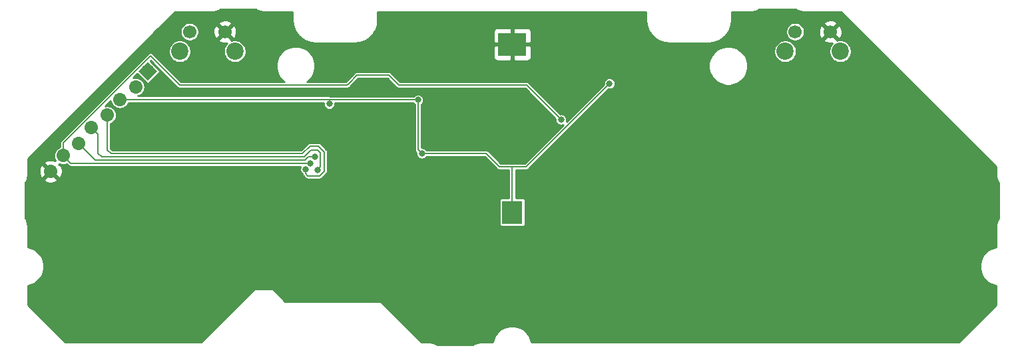
<source format=gbr>
%TF.GenerationSoftware,KiCad,Pcbnew,5.0.1*%
%TF.CreationDate,2019-03-22T14:30:31+01:00*%
%TF.ProjectId,rev1,726576312E6B696361645F7063620000,rev?*%
%TF.SameCoordinates,Original*%
%TF.FileFunction,Copper,L2,Bot,Signal*%
%TF.FilePolarity,Positive*%
%FSLAX46Y46*%
G04 Gerber Fmt 4.6, Leading zero omitted, Abs format (unit mm)*
G04 Created by KiCad (PCBNEW 5.0.1) date Fri 22 Mar 2019 02:30:31 PM CET*
%MOMM*%
%LPD*%
G01*
G04 APERTURE LIST*
%ADD10R,2.600000X3.000000*%
%ADD11R,3.600000X3.000000*%
%ADD12C,1.700000*%
%ADD13C,1.700000*%
%ADD14C,0.100000*%
%ADD15C,2.200000*%
%ADD16C,0.800000*%
%ADD17C,0.200000*%
%ADD18C,0.254000*%
G04 APERTURE END LIST*
D10*
X161050000Y-112000000D03*
D11*
X161050000Y-90600000D03*
D12*
X102354921Y-106807211D03*
D13*
X102354921Y-106807211D02*
X102354921Y-106807211D01*
D12*
X103945911Y-104791957D03*
D13*
X103945911Y-104791957D02*
X103945911Y-104791957D01*
D12*
X105925810Y-103236322D03*
D13*
X105925810Y-103236322D02*
X105925810Y-103236322D01*
D12*
X107516800Y-101221068D03*
D13*
X107516800Y-101221068D02*
X107516800Y-101221068D01*
D12*
X109532054Y-99630078D03*
D13*
X109532054Y-99630078D02*
X109532054Y-99630078D01*
D12*
X111123045Y-97614823D03*
D13*
X111123045Y-97614823D02*
X111123045Y-97614823D01*
D12*
X113138299Y-96023833D03*
D13*
X113138299Y-96023833D02*
X113138299Y-96023833D01*
D12*
X114693934Y-94043934D03*
D14*
G36*
X113491852Y-94043934D02*
X114693934Y-92841852D01*
X115896016Y-94043934D01*
X114693934Y-95246016D01*
X113491852Y-94043934D01*
X113491852Y-94043934D01*
G37*
D15*
X125750000Y-91500000D03*
X118750000Y-91500000D03*
D12*
X124500000Y-89000000D03*
X120000000Y-89000000D03*
X197000000Y-89000000D03*
X201500000Y-89000000D03*
D15*
X195750000Y-91500000D03*
X202750000Y-91500000D03*
D16*
X141980000Y-102320000D03*
X140430000Y-102320000D03*
X140440000Y-100790000D03*
X141450000Y-96900000D03*
X147725000Y-100200000D03*
X148550000Y-108250000D03*
X147150000Y-107150000D03*
X147950000Y-96675000D03*
X129400000Y-121400000D03*
X121400000Y-128200000D03*
X125000000Y-124600000D03*
X149600000Y-128200000D03*
X146000000Y-124600000D03*
X143100000Y-122400000D03*
X139800000Y-123000000D03*
X134400000Y-123000000D03*
X139800000Y-118000000D03*
X139800000Y-113000000D03*
X139800000Y-108000000D03*
X142200000Y-118000000D03*
X142200000Y-113000000D03*
X142200000Y-108000000D03*
X139800000Y-105800000D03*
X141970000Y-100780000D03*
X132800000Y-103400000D03*
X131400000Y-107200000D03*
X125800000Y-102000000D03*
X116800000Y-109400000D03*
X120200000Y-109400000D03*
X105200000Y-123200000D03*
X118400000Y-96600000D03*
X132800000Y-98800000D03*
X138400000Y-92600000D03*
X152800000Y-98600000D03*
X164400000Y-100200000D03*
X157600000Y-90600000D03*
X164400000Y-90600000D03*
X165300000Y-96100000D03*
X176800000Y-95400000D03*
X172600000Y-100200000D03*
X157800000Y-107200000D03*
X164200000Y-107200000D03*
X161000000Y-104600000D03*
X155600000Y-116600000D03*
X180400000Y-105400000D03*
X190600000Y-98800000D03*
X196000000Y-103800000D03*
X204600000Y-113000000D03*
X213400000Y-121800000D03*
X190600000Y-116800000D03*
X178000000Y-124200000D03*
X166200000Y-128000000D03*
X149550000Y-104500000D03*
X173400000Y-95600000D03*
X137775000Y-98175000D03*
X149050000Y-97675000D03*
X134765745Y-106515918D03*
X136250000Y-106625000D03*
X135950989Y-104909536D03*
X167250000Y-100200000D03*
X135391613Y-105737257D03*
D17*
X112325126Y-97614823D02*
X111123045Y-97614823D01*
X137775000Y-97614823D02*
X112325126Y-97614823D01*
X137775000Y-97614823D02*
X137775000Y-98175000D01*
X137835177Y-97675000D02*
X137775000Y-97614823D01*
X149050000Y-97675000D02*
X137835177Y-97675000D01*
X149050000Y-104000000D02*
X149550000Y-104500000D01*
X149050000Y-97675000D02*
X149050000Y-104000000D01*
X156050000Y-104500000D02*
X149550000Y-104500000D01*
X157700000Y-104500000D02*
X156050000Y-104500000D01*
X159400000Y-106200000D02*
X157700000Y-104500000D01*
X173400000Y-95600000D02*
X162800000Y-106200000D01*
X161050000Y-106250000D02*
X161000000Y-106200000D01*
X161050000Y-110500000D02*
X161050000Y-106250000D01*
X162800000Y-106200000D02*
X161000000Y-106200000D01*
X161000000Y-106200000D02*
X159400000Y-106200000D01*
X134765745Y-107081603D02*
X135034142Y-107350000D01*
X134765745Y-106515918D02*
X134765745Y-107081603D01*
X135034142Y-107350000D02*
X136525000Y-107350000D01*
X136525000Y-107350000D02*
X137125000Y-106750000D01*
X137125000Y-106750000D02*
X137125000Y-104300000D01*
X137125000Y-104300000D02*
X136375000Y-103550000D01*
X136375000Y-103550000D02*
X135325000Y-103550000D01*
X135325000Y-103550000D02*
X134350000Y-104525000D01*
X134350000Y-104525000D02*
X110000000Y-104525000D01*
X109532054Y-104057054D02*
X109532054Y-99630078D01*
X110000000Y-104525000D02*
X109532054Y-104057054D01*
X107516800Y-101221068D02*
X108366799Y-102071067D01*
X134550000Y-104925000D02*
X135400000Y-104075000D01*
X108366799Y-104466799D02*
X108825000Y-104925000D01*
X108366799Y-102071067D02*
X108366799Y-104466799D01*
X108825000Y-104925000D02*
X134550000Y-104925000D01*
X136649999Y-106225001D02*
X136649999Y-104399999D01*
X136649999Y-104399999D02*
X136325000Y-104075000D01*
X136250000Y-106625000D02*
X136649999Y-106225001D01*
X135400000Y-104075000D02*
X136325000Y-104075000D01*
X134714286Y-105325000D02*
X135129750Y-104909536D01*
X135129750Y-104909536D02*
X135385304Y-104909536D01*
X108014488Y-105325000D02*
X134714286Y-105325000D01*
X135385304Y-104909536D02*
X135950989Y-104909536D01*
X105925810Y-103236322D02*
X108014488Y-105325000D01*
X103945911Y-103167009D02*
X115037920Y-92075000D01*
X103945911Y-104791957D02*
X103945911Y-103167009D01*
X115037920Y-92075000D02*
X118761921Y-95799001D01*
X162874001Y-95799001D02*
X167250000Y-100175000D01*
X167250000Y-100175000D02*
X167250000Y-100200000D01*
X104891211Y-105737257D02*
X134825928Y-105737257D01*
X134825928Y-105737257D02*
X135391613Y-105737257D01*
X103945911Y-104791957D02*
X104891211Y-105737257D01*
X140225000Y-95575000D02*
X141275000Y-94525000D01*
X145325999Y-94525000D02*
X146600000Y-95799001D01*
X141275000Y-94525000D02*
X145325999Y-94525000D01*
X146600000Y-95799001D02*
X162874001Y-95799001D01*
X140224001Y-95575000D02*
X140000000Y-95799001D01*
X140225000Y-95575000D02*
X140224001Y-95575000D01*
X118761921Y-95799001D02*
X140000000Y-95799001D01*
D18*
G36*
X128407001Y-86134814D02*
X128439784Y-86156595D01*
X128472370Y-86178907D01*
X128477714Y-86181796D01*
X128693115Y-86296327D01*
X128729567Y-86311351D01*
X128765804Y-86326883D01*
X128771603Y-86328678D01*
X128771609Y-86328680D01*
X129005152Y-86399190D01*
X129043787Y-86406840D01*
X129082391Y-86415045D01*
X129088432Y-86415680D01*
X129331224Y-86439486D01*
X129416121Y-86439485D01*
X129438773Y-86435000D01*
X133065001Y-86435000D01*
X133065000Y-87521361D01*
X133066960Y-87541262D01*
X133066851Y-87556878D01*
X133067444Y-87562923D01*
X133118445Y-88048165D01*
X133126368Y-88086763D01*
X133133760Y-88125513D01*
X133135516Y-88131328D01*
X133279796Y-88597422D01*
X133295059Y-88633731D01*
X133309843Y-88670323D01*
X133312695Y-88675686D01*
X133544759Y-89104878D01*
X133566780Y-89137525D01*
X133588393Y-89170554D01*
X133592232Y-89175261D01*
X133903241Y-89551206D01*
X133931168Y-89578938D01*
X133958801Y-89607157D01*
X133963482Y-89611028D01*
X134341589Y-89919404D01*
X134374379Y-89941190D01*
X134406958Y-89963497D01*
X134412301Y-89966385D01*
X134843104Y-90195447D01*
X134879530Y-90210461D01*
X134915792Y-90226003D01*
X134921595Y-90227799D01*
X135388685Y-90368822D01*
X135427335Y-90376474D01*
X135465925Y-90384677D01*
X135471966Y-90385312D01*
X135957552Y-90432924D01*
X135957560Y-90432924D01*
X135978638Y-90435000D01*
X141021362Y-90435000D01*
X141041263Y-90433040D01*
X141056878Y-90433149D01*
X141062923Y-90432556D01*
X141548165Y-90381555D01*
X141586763Y-90373632D01*
X141625513Y-90366240D01*
X141631328Y-90364484D01*
X142097422Y-90220204D01*
X142133731Y-90204941D01*
X142170323Y-90190157D01*
X142175686Y-90187305D01*
X142604878Y-89955241D01*
X142637525Y-89933220D01*
X142670554Y-89911607D01*
X142675261Y-89907768D01*
X143051206Y-89596759D01*
X143078938Y-89568832D01*
X143107157Y-89541199D01*
X143111028Y-89536518D01*
X143419404Y-89158411D01*
X143441190Y-89125621D01*
X143463497Y-89093042D01*
X143466385Y-89087699D01*
X143493098Y-89037458D01*
X158615000Y-89037458D01*
X158615000Y-90314250D01*
X158773750Y-90473000D01*
X160923000Y-90473000D01*
X160923000Y-88623750D01*
X161177000Y-88623750D01*
X161177000Y-90473000D01*
X163326250Y-90473000D01*
X163485000Y-90314250D01*
X163485000Y-89037458D01*
X163460597Y-88914777D01*
X163412730Y-88799215D01*
X163343237Y-88695211D01*
X163254789Y-88606763D01*
X163150785Y-88537270D01*
X163035223Y-88489403D01*
X162912542Y-88465000D01*
X161335750Y-88465000D01*
X161177000Y-88623750D01*
X160923000Y-88623750D01*
X160764250Y-88465000D01*
X159187458Y-88465000D01*
X159064777Y-88489403D01*
X158949215Y-88537270D01*
X158845211Y-88606763D01*
X158756763Y-88695211D01*
X158687270Y-88799215D01*
X158639403Y-88914777D01*
X158615000Y-89037458D01*
X143493098Y-89037458D01*
X143695447Y-88656896D01*
X143710461Y-88620470D01*
X143726003Y-88584208D01*
X143727799Y-88578405D01*
X143868822Y-88111315D01*
X143876474Y-88072665D01*
X143884677Y-88034075D01*
X143885312Y-88028034D01*
X143932924Y-87542448D01*
X143932924Y-87542440D01*
X143935000Y-87521362D01*
X143935000Y-86435000D01*
X178065001Y-86435000D01*
X178065000Y-87521361D01*
X178066960Y-87541262D01*
X178066851Y-87556878D01*
X178067444Y-87562923D01*
X178118445Y-88048165D01*
X178126368Y-88086763D01*
X178133760Y-88125513D01*
X178135516Y-88131328D01*
X178279796Y-88597422D01*
X178295059Y-88633731D01*
X178309843Y-88670323D01*
X178312695Y-88675686D01*
X178544759Y-89104878D01*
X178566780Y-89137525D01*
X178588393Y-89170554D01*
X178592232Y-89175261D01*
X178903241Y-89551206D01*
X178931168Y-89578938D01*
X178958801Y-89607157D01*
X178963482Y-89611028D01*
X179341589Y-89919404D01*
X179374379Y-89941190D01*
X179406958Y-89963497D01*
X179412301Y-89966385D01*
X179843104Y-90195447D01*
X179879530Y-90210461D01*
X179915792Y-90226003D01*
X179921595Y-90227799D01*
X180388685Y-90368822D01*
X180427335Y-90376474D01*
X180465925Y-90384677D01*
X180471966Y-90385312D01*
X180957552Y-90432924D01*
X180957560Y-90432924D01*
X180978638Y-90435000D01*
X186021362Y-90435000D01*
X186041263Y-90433040D01*
X186056878Y-90433149D01*
X186062923Y-90432556D01*
X186548165Y-90381555D01*
X186586763Y-90373632D01*
X186625513Y-90366240D01*
X186631328Y-90364484D01*
X187097422Y-90220204D01*
X187133731Y-90204941D01*
X187170323Y-90190157D01*
X187175686Y-90187305D01*
X187604878Y-89955241D01*
X187637525Y-89933220D01*
X187670554Y-89911607D01*
X187675261Y-89907768D01*
X188051206Y-89596759D01*
X188078938Y-89568832D01*
X188107157Y-89541199D01*
X188111028Y-89536518D01*
X188419404Y-89158411D01*
X188441190Y-89125621D01*
X188463497Y-89093042D01*
X188466385Y-89087699D01*
X188575072Y-88883288D01*
X195815000Y-88883288D01*
X195815000Y-89116712D01*
X195860539Y-89345652D01*
X195949866Y-89561308D01*
X196079550Y-89755394D01*
X196244606Y-89920450D01*
X196438692Y-90050134D01*
X196654348Y-90139461D01*
X196883288Y-90185000D01*
X197116712Y-90185000D01*
X197345652Y-90139461D01*
X197561308Y-90050134D01*
X197593839Y-90028397D01*
X200651208Y-90028397D01*
X200728843Y-90277472D01*
X200992883Y-90403371D01*
X201276411Y-90475339D01*
X201568531Y-90490611D01*
X201757403Y-90463201D01*
X201635363Y-90585241D01*
X201478320Y-90820273D01*
X201370147Y-91081426D01*
X201315000Y-91358665D01*
X201315000Y-91641335D01*
X201370147Y-91918574D01*
X201478320Y-92179727D01*
X201635363Y-92414759D01*
X201835241Y-92614637D01*
X202070273Y-92771680D01*
X202331426Y-92879853D01*
X202608665Y-92935000D01*
X202891335Y-92935000D01*
X203168574Y-92879853D01*
X203429727Y-92771680D01*
X203664759Y-92614637D01*
X203864637Y-92414759D01*
X204021680Y-92179727D01*
X204129853Y-91918574D01*
X204185000Y-91641335D01*
X204185000Y-91358665D01*
X204129853Y-91081426D01*
X204021680Y-90820273D01*
X203864637Y-90585241D01*
X203664759Y-90385363D01*
X203429727Y-90228320D01*
X203168574Y-90120147D01*
X202891335Y-90065000D01*
X202608665Y-90065000D01*
X202331426Y-90120147D01*
X202318529Y-90125489D01*
X202348792Y-90028397D01*
X201500000Y-89179605D01*
X200651208Y-90028397D01*
X197593839Y-90028397D01*
X197755394Y-89920450D01*
X197920450Y-89755394D01*
X198050134Y-89561308D01*
X198139461Y-89345652D01*
X198185000Y-89116712D01*
X198185000Y-89068531D01*
X200009389Y-89068531D01*
X200051401Y-89358019D01*
X200149081Y-89633747D01*
X200222528Y-89771157D01*
X200471603Y-89848792D01*
X201320395Y-89000000D01*
X201679605Y-89000000D01*
X202528397Y-89848792D01*
X202777472Y-89771157D01*
X202903371Y-89507117D01*
X202975339Y-89223589D01*
X202990611Y-88931469D01*
X202948599Y-88641981D01*
X202850919Y-88366253D01*
X202777472Y-88228843D01*
X202528397Y-88151208D01*
X201679605Y-89000000D01*
X201320395Y-89000000D01*
X200471603Y-88151208D01*
X200222528Y-88228843D01*
X200096629Y-88492883D01*
X200024661Y-88776411D01*
X200009389Y-89068531D01*
X198185000Y-89068531D01*
X198185000Y-88883288D01*
X198139461Y-88654348D01*
X198050134Y-88438692D01*
X197920450Y-88244606D01*
X197755394Y-88079550D01*
X197593840Y-87971603D01*
X200651208Y-87971603D01*
X201500000Y-88820395D01*
X202348792Y-87971603D01*
X202271157Y-87722528D01*
X202007117Y-87596629D01*
X201723589Y-87524661D01*
X201431469Y-87509389D01*
X201141981Y-87551401D01*
X200866253Y-87649081D01*
X200728843Y-87722528D01*
X200651208Y-87971603D01*
X197593840Y-87971603D01*
X197561308Y-87949866D01*
X197345652Y-87860539D01*
X197116712Y-87815000D01*
X196883288Y-87815000D01*
X196654348Y-87860539D01*
X196438692Y-87949866D01*
X196244606Y-88079550D01*
X196079550Y-88244606D01*
X195949866Y-88438692D01*
X195860539Y-88654348D01*
X195815000Y-88883288D01*
X188575072Y-88883288D01*
X188695447Y-88656896D01*
X188710461Y-88620470D01*
X188726003Y-88584208D01*
X188727799Y-88578405D01*
X188868822Y-88111315D01*
X188876474Y-88072665D01*
X188884677Y-88034075D01*
X188885312Y-88028034D01*
X188932924Y-87542448D01*
X188932924Y-87542440D01*
X188935000Y-87521362D01*
X188935000Y-86435000D01*
X191521362Y-86435000D01*
X191543678Y-86432802D01*
X191559900Y-86432802D01*
X191565941Y-86432167D01*
X191808378Y-86404974D01*
X191846902Y-86396785D01*
X191885620Y-86389119D01*
X191891422Y-86387322D01*
X192123960Y-86313556D01*
X192160179Y-86298032D01*
X192196646Y-86283002D01*
X192201989Y-86280113D01*
X192415771Y-86162586D01*
X192448284Y-86140323D01*
X192468337Y-86127000D01*
X197031793Y-86127000D01*
X197033328Y-86128252D01*
X197066111Y-86150033D01*
X197098697Y-86172345D01*
X197104041Y-86175234D01*
X197319442Y-86289765D01*
X197355894Y-86304789D01*
X197392131Y-86320321D01*
X197397930Y-86322116D01*
X197397936Y-86322118D01*
X197631479Y-86392628D01*
X197670114Y-86400278D01*
X197708718Y-86408483D01*
X197714759Y-86409118D01*
X197957551Y-86432924D01*
X197957560Y-86432924D01*
X197978638Y-86435000D01*
X202819818Y-86435000D01*
X222565001Y-106180184D01*
X222565000Y-107271361D01*
X222567198Y-107293677D01*
X222567198Y-107309900D01*
X222567833Y-107315941D01*
X222595026Y-107558378D01*
X222603215Y-107596902D01*
X222610881Y-107635620D01*
X222612678Y-107641422D01*
X222686444Y-107873960D01*
X222701968Y-107910179D01*
X222716998Y-107946646D01*
X222719887Y-107951989D01*
X222837414Y-108165771D01*
X222859677Y-108198284D01*
X222873000Y-108218337D01*
X222873000Y-112781792D01*
X222871747Y-112783328D01*
X222849934Y-112816160D01*
X222827655Y-112848697D01*
X222824766Y-112854040D01*
X222710235Y-113069442D01*
X222695218Y-113105877D01*
X222679679Y-113142131D01*
X222677883Y-113147934D01*
X222607372Y-113381479D01*
X222599716Y-113420146D01*
X222591517Y-113458718D01*
X222590882Y-113464759D01*
X222567076Y-113707552D01*
X222567076Y-113707561D01*
X222565000Y-113728639D01*
X222565001Y-116452843D01*
X222275152Y-116510497D01*
X221822911Y-116697821D01*
X221415905Y-116969774D01*
X221069774Y-117315905D01*
X220797821Y-117722911D01*
X220610497Y-118175152D01*
X220515000Y-118655249D01*
X220515000Y-119144751D01*
X220610497Y-119624848D01*
X220797821Y-120077089D01*
X221069774Y-120484095D01*
X221415905Y-120830226D01*
X221822911Y-121102179D01*
X222275152Y-121289503D01*
X222565000Y-121347157D01*
X222565000Y-123819817D01*
X217819818Y-128565000D01*
X163447157Y-128565000D01*
X163389503Y-128275152D01*
X163202179Y-127822911D01*
X162930226Y-127415905D01*
X162584095Y-127069774D01*
X162177089Y-126797821D01*
X161724848Y-126610497D01*
X161244751Y-126515000D01*
X160755249Y-126515000D01*
X160275152Y-126610497D01*
X159822911Y-126797821D01*
X159415905Y-127069774D01*
X159069774Y-127415905D01*
X158797821Y-127822911D01*
X158610497Y-128275152D01*
X158552843Y-128565000D01*
X156978638Y-128565000D01*
X156956322Y-128567198D01*
X156940100Y-128567198D01*
X156934059Y-128567833D01*
X156691622Y-128595026D01*
X156653085Y-128603217D01*
X156614380Y-128610881D01*
X156608578Y-128612677D01*
X156376041Y-128686444D01*
X156339835Y-128701962D01*
X156303354Y-128716998D01*
X156298011Y-128719887D01*
X156084229Y-128837414D01*
X156051693Y-128859692D01*
X156031662Y-128873000D01*
X151468208Y-128873000D01*
X151466672Y-128871747D01*
X151433840Y-128849934D01*
X151401303Y-128827655D01*
X151395960Y-128824766D01*
X151180558Y-128710235D01*
X151144123Y-128695218D01*
X151107869Y-128679679D01*
X151102066Y-128677883D01*
X150868521Y-128607372D01*
X150829854Y-128599716D01*
X150791282Y-128591517D01*
X150785241Y-128590882D01*
X150542448Y-128567076D01*
X150542440Y-128567076D01*
X150521362Y-128565000D01*
X149494606Y-128565000D01*
X144339803Y-123410197D01*
X144298601Y-123382667D01*
X144250000Y-123373000D01*
X132160122Y-123373000D01*
X130597319Y-121810197D01*
X130556117Y-121782667D01*
X130507516Y-121773000D01*
X128307516Y-121773000D01*
X128258915Y-121782667D01*
X128217713Y-121810197D01*
X126617713Y-123410197D01*
X126590183Y-123451399D01*
X126583029Y-123487365D01*
X121505394Y-128565000D01*
X104180183Y-128565000D01*
X99435000Y-123819818D01*
X99435000Y-121347157D01*
X99724848Y-121289503D01*
X100177089Y-121102179D01*
X100584095Y-120830226D01*
X100930226Y-120484095D01*
X101202179Y-120077089D01*
X101389503Y-119624848D01*
X101485000Y-119144751D01*
X101485000Y-118655249D01*
X101389503Y-118175152D01*
X101202179Y-117722911D01*
X100930226Y-117315905D01*
X100584095Y-116969774D01*
X100177089Y-116697821D01*
X99724848Y-116510497D01*
X99435000Y-116452843D01*
X99435000Y-113728638D01*
X99432802Y-113706322D01*
X99432802Y-113690100D01*
X99432167Y-113684059D01*
X99404974Y-113441622D01*
X99396783Y-113403085D01*
X99389119Y-113364380D01*
X99387323Y-113358578D01*
X99313556Y-113126041D01*
X99298038Y-113089835D01*
X99283002Y-113053354D01*
X99280113Y-113048011D01*
X99162586Y-112834229D01*
X99140308Y-112801693D01*
X99127000Y-112781662D01*
X99127000Y-108218207D01*
X99128252Y-108216672D01*
X99150033Y-108183889D01*
X99172345Y-108151303D01*
X99175234Y-108145959D01*
X99289765Y-107930558D01*
X99304789Y-107894106D01*
X99320321Y-107857869D01*
X99322117Y-107852066D01*
X99328486Y-107830970D01*
X101510767Y-107830970D01*
X101588000Y-108078852D01*
X101850821Y-108204036D01*
X102133015Y-108275542D01*
X102423736Y-108290620D01*
X102711813Y-108248691D01*
X102986174Y-108151367D01*
X103121839Y-108078848D01*
X103198609Y-107830504D01*
X102354921Y-106986816D01*
X101510767Y-107830970D01*
X99328486Y-107830970D01*
X99392628Y-107618521D01*
X99400278Y-107579886D01*
X99408483Y-107541282D01*
X99409118Y-107535241D01*
X99432924Y-107292449D01*
X99432924Y-107292440D01*
X99435000Y-107271362D01*
X99435000Y-106738396D01*
X100871512Y-106738396D01*
X100886590Y-107029117D01*
X100958096Y-107311311D01*
X101083280Y-107574132D01*
X101331162Y-107651365D01*
X102175316Y-106807211D01*
X101331628Y-105963523D01*
X101083284Y-106040293D01*
X101010765Y-106175958D01*
X100913441Y-106450319D01*
X100871512Y-106738396D01*
X99435000Y-106738396D01*
X99435000Y-105783918D01*
X101511233Y-105783918D01*
X102354921Y-106627606D01*
X102369064Y-106613464D01*
X102548669Y-106793069D01*
X102534526Y-106807211D01*
X103378214Y-107650899D01*
X103626558Y-107574129D01*
X103699077Y-107438464D01*
X103796401Y-107164103D01*
X103838330Y-106876026D01*
X103823252Y-106585305D01*
X103751746Y-106303111D01*
X103626562Y-106040290D01*
X103378682Y-105963058D01*
X103463813Y-105877927D01*
X103490237Y-105892051D01*
X103713611Y-105959810D01*
X103887704Y-105976957D01*
X104004118Y-105976957D01*
X104178211Y-105959810D01*
X104401585Y-105892051D01*
X104420638Y-105881867D01*
X104568516Y-106029745D01*
X104582132Y-106046336D01*
X104648369Y-106100696D01*
X104723939Y-106141088D01*
X104774629Y-106156465D01*
X104805935Y-106165962D01*
X104814225Y-106166778D01*
X104869849Y-106172257D01*
X104869856Y-106172257D01*
X104891210Y-106174360D01*
X104912564Y-106172257D01*
X134112536Y-106172257D01*
X134058991Y-106301527D01*
X134030745Y-106443527D01*
X134030745Y-106588309D01*
X134058991Y-106730309D01*
X134114397Y-106864071D01*
X134194833Y-106984453D01*
X134297210Y-107086830D01*
X134331407Y-107109680D01*
X134337040Y-107166877D01*
X134361334Y-107246959D01*
X134361915Y-107248875D01*
X134402307Y-107324445D01*
X134456667Y-107390682D01*
X134473258Y-107404298D01*
X134711442Y-107642482D01*
X134725063Y-107659079D01*
X134791300Y-107713439D01*
X134836352Y-107737519D01*
X134866869Y-107753831D01*
X134916172Y-107768787D01*
X134948867Y-107778705D01*
X135012780Y-107785000D01*
X135012788Y-107785000D01*
X135034142Y-107787103D01*
X135055496Y-107785000D01*
X136503646Y-107785000D01*
X136525000Y-107787103D01*
X136546354Y-107785000D01*
X136546362Y-107785000D01*
X136610275Y-107778705D01*
X136692272Y-107753831D01*
X136767842Y-107713439D01*
X136834079Y-107659079D01*
X136847700Y-107642482D01*
X137417489Y-107072694D01*
X137434079Y-107059079D01*
X137488439Y-106992842D01*
X137528831Y-106917272D01*
X137549899Y-106847821D01*
X137553705Y-106835276D01*
X137555467Y-106817384D01*
X137560000Y-106771362D01*
X137560000Y-106771355D01*
X137562103Y-106750001D01*
X137560000Y-106728647D01*
X137560000Y-104321353D01*
X137562103Y-104299999D01*
X137560000Y-104278645D01*
X137560000Y-104278638D01*
X137553705Y-104214725D01*
X137528831Y-104132728D01*
X137488439Y-104057158D01*
X137434079Y-103990921D01*
X137417487Y-103977305D01*
X136697700Y-103257518D01*
X136684079Y-103240921D01*
X136617842Y-103186561D01*
X136542272Y-103146169D01*
X136460275Y-103121295D01*
X136396362Y-103115000D01*
X136396354Y-103115000D01*
X136375000Y-103112897D01*
X136353646Y-103115000D01*
X135346353Y-103115000D01*
X135324999Y-103112897D01*
X135303645Y-103115000D01*
X135303638Y-103115000D01*
X135248014Y-103120479D01*
X135239724Y-103121295D01*
X135214850Y-103128841D01*
X135157728Y-103146169D01*
X135082158Y-103186561D01*
X135015921Y-103240921D01*
X135002305Y-103257512D01*
X134169818Y-104090000D01*
X110180182Y-104090000D01*
X109967054Y-103876872D01*
X109967054Y-100736443D01*
X109987728Y-100730172D01*
X110193590Y-100620136D01*
X110374029Y-100472053D01*
X110522112Y-100291614D01*
X110632148Y-100085752D01*
X110699907Y-99862378D01*
X110722787Y-99630078D01*
X110699907Y-99397778D01*
X110632148Y-99174404D01*
X110522112Y-98968542D01*
X110374029Y-98788103D01*
X110193590Y-98640020D01*
X109987728Y-98529984D01*
X109764354Y-98462225D01*
X109590261Y-98445078D01*
X109473847Y-98445078D01*
X109299754Y-98462225D01*
X109251126Y-98476976D01*
X109948538Y-97779564D01*
X109955192Y-97847123D01*
X110022951Y-98070497D01*
X110132987Y-98276359D01*
X110281070Y-98456798D01*
X110461509Y-98604881D01*
X110667371Y-98714917D01*
X110890745Y-98782676D01*
X111064838Y-98799823D01*
X111181252Y-98799823D01*
X111355345Y-98782676D01*
X111578719Y-98714917D01*
X111784581Y-98604881D01*
X111965020Y-98456798D01*
X112113103Y-98276359D01*
X112223139Y-98070497D01*
X112229410Y-98049823D01*
X137050500Y-98049823D01*
X137040000Y-98102609D01*
X137040000Y-98247391D01*
X137068246Y-98389391D01*
X137123652Y-98523153D01*
X137204088Y-98643535D01*
X137306465Y-98745912D01*
X137426847Y-98826348D01*
X137560609Y-98881754D01*
X137702609Y-98910000D01*
X137847391Y-98910000D01*
X137989391Y-98881754D01*
X138123153Y-98826348D01*
X138243535Y-98745912D01*
X138345912Y-98643535D01*
X138426348Y-98523153D01*
X138481754Y-98389391D01*
X138510000Y-98247391D01*
X138510000Y-98110000D01*
X148456681Y-98110000D01*
X148479088Y-98143535D01*
X148581465Y-98245912D01*
X148615000Y-98268319D01*
X148615001Y-103978636D01*
X148612897Y-104000000D01*
X148621295Y-104085274D01*
X148641491Y-104151847D01*
X148646170Y-104167272D01*
X148686562Y-104242842D01*
X148740922Y-104309079D01*
X148757513Y-104322695D01*
X148822869Y-104388051D01*
X148815000Y-104427609D01*
X148815000Y-104572391D01*
X148843246Y-104714391D01*
X148898652Y-104848153D01*
X148979088Y-104968535D01*
X149081465Y-105070912D01*
X149201847Y-105151348D01*
X149335609Y-105206754D01*
X149477609Y-105235000D01*
X149622391Y-105235000D01*
X149764391Y-105206754D01*
X149898153Y-105151348D01*
X150018535Y-105070912D01*
X150120912Y-104968535D01*
X150143319Y-104935000D01*
X157519818Y-104935000D01*
X159077303Y-106492486D01*
X159090921Y-106509079D01*
X159157158Y-106563439D01*
X159232728Y-106603831D01*
X159314725Y-106628705D01*
X159378638Y-106635000D01*
X159378645Y-106635000D01*
X159399999Y-106637103D01*
X159421353Y-106635000D01*
X160615001Y-106635000D01*
X160615000Y-110163380D01*
X159750000Y-110163380D01*
X159684329Y-110169848D01*
X159621181Y-110189004D01*
X159562984Y-110220111D01*
X159511974Y-110261974D01*
X159470111Y-110312984D01*
X159439004Y-110371181D01*
X159419848Y-110434329D01*
X159413380Y-110500000D01*
X159413380Y-113500000D01*
X159419848Y-113565671D01*
X159439004Y-113628819D01*
X159470111Y-113687016D01*
X159511974Y-113738026D01*
X159562984Y-113779889D01*
X159621181Y-113810996D01*
X159684329Y-113830152D01*
X159750000Y-113836620D01*
X162350000Y-113836620D01*
X162415671Y-113830152D01*
X162478819Y-113810996D01*
X162537016Y-113779889D01*
X162588026Y-113738026D01*
X162629889Y-113687016D01*
X162660996Y-113628819D01*
X162680152Y-113565671D01*
X162686620Y-113500000D01*
X162686620Y-110500000D01*
X162680152Y-110434329D01*
X162660996Y-110371181D01*
X162629889Y-110312984D01*
X162588026Y-110261974D01*
X162537016Y-110220111D01*
X162478819Y-110189004D01*
X162415671Y-110169848D01*
X162350000Y-110163380D01*
X161485000Y-110163380D01*
X161485000Y-106635000D01*
X162778646Y-106635000D01*
X162800000Y-106637103D01*
X162821354Y-106635000D01*
X162821362Y-106635000D01*
X162885275Y-106628705D01*
X162967272Y-106603831D01*
X163042842Y-106563439D01*
X163109079Y-106509079D01*
X163122700Y-106492482D01*
X173288052Y-96327131D01*
X173327609Y-96335000D01*
X173472391Y-96335000D01*
X173614391Y-96306754D01*
X173748153Y-96251348D01*
X173868535Y-96170912D01*
X173970912Y-96068535D01*
X174051348Y-95948153D01*
X174106754Y-95814391D01*
X174135000Y-95672391D01*
X174135000Y-95527609D01*
X174106754Y-95385609D01*
X174051348Y-95251847D01*
X173970912Y-95131465D01*
X173868535Y-95029088D01*
X173748153Y-94948652D01*
X173614391Y-94893246D01*
X173472391Y-94865000D01*
X173327609Y-94865000D01*
X173185609Y-94893246D01*
X173051847Y-94948652D01*
X172931465Y-95029088D01*
X172829088Y-95131465D01*
X172748652Y-95251847D01*
X172693246Y-95385609D01*
X172665000Y-95527609D01*
X172665000Y-95672391D01*
X172672869Y-95711948D01*
X167947086Y-100437731D01*
X167956754Y-100414391D01*
X167985000Y-100272391D01*
X167985000Y-100127609D01*
X167956754Y-99985609D01*
X167901348Y-99851847D01*
X167820912Y-99731465D01*
X167718535Y-99629088D01*
X167598153Y-99548652D01*
X167464391Y-99493246D01*
X167322391Y-99465000D01*
X167177609Y-99465000D01*
X167158904Y-99468721D01*
X163196701Y-95506519D01*
X163183080Y-95489922D01*
X163116843Y-95435562D01*
X163041273Y-95395170D01*
X162959276Y-95370296D01*
X162895363Y-95364001D01*
X162895355Y-95364001D01*
X162874001Y-95361898D01*
X162852647Y-95364001D01*
X146780183Y-95364001D01*
X145648699Y-94232518D01*
X145635078Y-94215921D01*
X145568841Y-94161561D01*
X145493271Y-94121169D01*
X145411274Y-94096295D01*
X145347361Y-94090000D01*
X145347353Y-94090000D01*
X145325999Y-94087897D01*
X145304645Y-94090000D01*
X141296353Y-94090000D01*
X141274999Y-94087897D01*
X141253645Y-94090000D01*
X141253638Y-94090000D01*
X141198014Y-94095479D01*
X141189724Y-94096295D01*
X141164850Y-94103841D01*
X141107728Y-94121169D01*
X141032158Y-94161561D01*
X140965921Y-94215921D01*
X140952305Y-94232512D01*
X139937090Y-95247728D01*
X139914922Y-95265921D01*
X139901301Y-95282518D01*
X139819818Y-95364001D01*
X134958717Y-95364001D01*
X135084095Y-95280226D01*
X135430226Y-94934095D01*
X135702179Y-94527089D01*
X135889503Y-94074848D01*
X135985000Y-93594751D01*
X135985000Y-93105249D01*
X186015000Y-93105249D01*
X186015000Y-93594751D01*
X186110497Y-94074848D01*
X186297821Y-94527089D01*
X186569774Y-94934095D01*
X186915905Y-95280226D01*
X187322911Y-95552179D01*
X187775152Y-95739503D01*
X188255249Y-95835000D01*
X188744751Y-95835000D01*
X189224848Y-95739503D01*
X189677089Y-95552179D01*
X190084095Y-95280226D01*
X190430226Y-94934095D01*
X190702179Y-94527089D01*
X190889503Y-94074848D01*
X190985000Y-93594751D01*
X190985000Y-93105249D01*
X190889503Y-92625152D01*
X190702179Y-92172911D01*
X190430226Y-91765905D01*
X190084095Y-91419774D01*
X189992640Y-91358665D01*
X194315000Y-91358665D01*
X194315000Y-91641335D01*
X194370147Y-91918574D01*
X194478320Y-92179727D01*
X194635363Y-92414759D01*
X194835241Y-92614637D01*
X195070273Y-92771680D01*
X195331426Y-92879853D01*
X195608665Y-92935000D01*
X195891335Y-92935000D01*
X196168574Y-92879853D01*
X196429727Y-92771680D01*
X196664759Y-92614637D01*
X196864637Y-92414759D01*
X197021680Y-92179727D01*
X197129853Y-91918574D01*
X197185000Y-91641335D01*
X197185000Y-91358665D01*
X197129853Y-91081426D01*
X197021680Y-90820273D01*
X196864637Y-90585241D01*
X196664759Y-90385363D01*
X196429727Y-90228320D01*
X196168574Y-90120147D01*
X195891335Y-90065000D01*
X195608665Y-90065000D01*
X195331426Y-90120147D01*
X195070273Y-90228320D01*
X194835241Y-90385363D01*
X194635363Y-90585241D01*
X194478320Y-90820273D01*
X194370147Y-91081426D01*
X194315000Y-91358665D01*
X189992640Y-91358665D01*
X189677089Y-91147821D01*
X189224848Y-90960497D01*
X188744751Y-90865000D01*
X188255249Y-90865000D01*
X187775152Y-90960497D01*
X187322911Y-91147821D01*
X186915905Y-91419774D01*
X186569774Y-91765905D01*
X186297821Y-92172911D01*
X186110497Y-92625152D01*
X186015000Y-93105249D01*
X135985000Y-93105249D01*
X135889503Y-92625152D01*
X135702179Y-92172911D01*
X135430226Y-91765905D01*
X135084095Y-91419774D01*
X134677089Y-91147821D01*
X134224848Y-90960497D01*
X133849069Y-90885750D01*
X158615000Y-90885750D01*
X158615000Y-92162542D01*
X158639403Y-92285223D01*
X158687270Y-92400785D01*
X158756763Y-92504789D01*
X158845211Y-92593237D01*
X158949215Y-92662730D01*
X159064777Y-92710597D01*
X159187458Y-92735000D01*
X160764250Y-92735000D01*
X160923000Y-92576250D01*
X160923000Y-90727000D01*
X161177000Y-90727000D01*
X161177000Y-92576250D01*
X161335750Y-92735000D01*
X162912542Y-92735000D01*
X163035223Y-92710597D01*
X163150785Y-92662730D01*
X163254789Y-92593237D01*
X163343237Y-92504789D01*
X163412730Y-92400785D01*
X163460597Y-92285223D01*
X163485000Y-92162542D01*
X163485000Y-90885750D01*
X163326250Y-90727000D01*
X161177000Y-90727000D01*
X160923000Y-90727000D01*
X158773750Y-90727000D01*
X158615000Y-90885750D01*
X133849069Y-90885750D01*
X133744751Y-90865000D01*
X133255249Y-90865000D01*
X132775152Y-90960497D01*
X132322911Y-91147821D01*
X131915905Y-91419774D01*
X131569774Y-91765905D01*
X131297821Y-92172911D01*
X131110497Y-92625152D01*
X131015000Y-93105249D01*
X131015000Y-93594751D01*
X131110497Y-94074848D01*
X131297821Y-94527089D01*
X131569774Y-94934095D01*
X131915905Y-95280226D01*
X132041283Y-95364001D01*
X118942104Y-95364001D01*
X115360619Y-91782517D01*
X115346999Y-91765921D01*
X115280761Y-91711561D01*
X115205192Y-91671169D01*
X115123195Y-91646295D01*
X115037920Y-91637896D01*
X114952645Y-91646295D01*
X114870647Y-91671169D01*
X114795078Y-91711561D01*
X114751262Y-91747521D01*
X114728841Y-91765921D01*
X114715223Y-91782515D01*
X103653424Y-102844314D01*
X103636833Y-102857930D01*
X103582473Y-102924167D01*
X103545425Y-102993481D01*
X103542081Y-102999737D01*
X103517206Y-103081735D01*
X103508808Y-103167009D01*
X103510912Y-103188373D01*
X103510912Y-103685591D01*
X103490237Y-103691863D01*
X103284375Y-103801899D01*
X103103936Y-103949982D01*
X102955853Y-104130421D01*
X102845817Y-104336283D01*
X102778058Y-104559657D01*
X102755178Y-104791957D01*
X102778058Y-105024257D01*
X102845817Y-105247631D01*
X102955853Y-105453493D01*
X102959915Y-105458443D01*
X102859021Y-105410386D01*
X102576827Y-105338880D01*
X102286106Y-105323802D01*
X101998029Y-105365731D01*
X101723668Y-105463055D01*
X101588003Y-105535574D01*
X101511233Y-105783918D01*
X99435000Y-105783918D01*
X99435000Y-105180182D01*
X113256517Y-91358665D01*
X117315000Y-91358665D01*
X117315000Y-91641335D01*
X117370147Y-91918574D01*
X117478320Y-92179727D01*
X117635363Y-92414759D01*
X117835241Y-92614637D01*
X118070273Y-92771680D01*
X118331426Y-92879853D01*
X118608665Y-92935000D01*
X118891335Y-92935000D01*
X119168574Y-92879853D01*
X119429727Y-92771680D01*
X119664759Y-92614637D01*
X119864637Y-92414759D01*
X120021680Y-92179727D01*
X120129853Y-91918574D01*
X120185000Y-91641335D01*
X120185000Y-91358665D01*
X120129853Y-91081426D01*
X120021680Y-90820273D01*
X119864637Y-90585241D01*
X119664759Y-90385363D01*
X119429727Y-90228320D01*
X119168574Y-90120147D01*
X118891335Y-90065000D01*
X118608665Y-90065000D01*
X118331426Y-90120147D01*
X118070273Y-90228320D01*
X117835241Y-90385363D01*
X117635363Y-90585241D01*
X117478320Y-90820273D01*
X117370147Y-91081426D01*
X117315000Y-91358665D01*
X113256517Y-91358665D01*
X115731894Y-88883288D01*
X118815000Y-88883288D01*
X118815000Y-89116712D01*
X118860539Y-89345652D01*
X118949866Y-89561308D01*
X119079550Y-89755394D01*
X119244606Y-89920450D01*
X119438692Y-90050134D01*
X119654348Y-90139461D01*
X119883288Y-90185000D01*
X120116712Y-90185000D01*
X120345652Y-90139461D01*
X120561308Y-90050134D01*
X120593839Y-90028397D01*
X123651208Y-90028397D01*
X123728843Y-90277472D01*
X123992883Y-90403371D01*
X124276411Y-90475339D01*
X124568531Y-90490611D01*
X124757403Y-90463201D01*
X124635363Y-90585241D01*
X124478320Y-90820273D01*
X124370147Y-91081426D01*
X124315000Y-91358665D01*
X124315000Y-91641335D01*
X124370147Y-91918574D01*
X124478320Y-92179727D01*
X124635363Y-92414759D01*
X124835241Y-92614637D01*
X125070273Y-92771680D01*
X125331426Y-92879853D01*
X125608665Y-92935000D01*
X125891335Y-92935000D01*
X126168574Y-92879853D01*
X126429727Y-92771680D01*
X126664759Y-92614637D01*
X126864637Y-92414759D01*
X127021680Y-92179727D01*
X127129853Y-91918574D01*
X127185000Y-91641335D01*
X127185000Y-91358665D01*
X127129853Y-91081426D01*
X127021680Y-90820273D01*
X126864637Y-90585241D01*
X126664759Y-90385363D01*
X126429727Y-90228320D01*
X126168574Y-90120147D01*
X125891335Y-90065000D01*
X125608665Y-90065000D01*
X125331426Y-90120147D01*
X125318529Y-90125489D01*
X125348792Y-90028397D01*
X124500000Y-89179605D01*
X123651208Y-90028397D01*
X120593839Y-90028397D01*
X120755394Y-89920450D01*
X120920450Y-89755394D01*
X121050134Y-89561308D01*
X121139461Y-89345652D01*
X121185000Y-89116712D01*
X121185000Y-89068531D01*
X123009389Y-89068531D01*
X123051401Y-89358019D01*
X123149081Y-89633747D01*
X123222528Y-89771157D01*
X123471603Y-89848792D01*
X124320395Y-89000000D01*
X124679605Y-89000000D01*
X125528397Y-89848792D01*
X125777472Y-89771157D01*
X125903371Y-89507117D01*
X125975339Y-89223589D01*
X125990611Y-88931469D01*
X125948599Y-88641981D01*
X125850919Y-88366253D01*
X125777472Y-88228843D01*
X125528397Y-88151208D01*
X124679605Y-89000000D01*
X124320395Y-89000000D01*
X123471603Y-88151208D01*
X123222528Y-88228843D01*
X123096629Y-88492883D01*
X123024661Y-88776411D01*
X123009389Y-89068531D01*
X121185000Y-89068531D01*
X121185000Y-88883288D01*
X121139461Y-88654348D01*
X121050134Y-88438692D01*
X120920450Y-88244606D01*
X120755394Y-88079550D01*
X120593840Y-87971603D01*
X123651208Y-87971603D01*
X124500000Y-88820395D01*
X125348792Y-87971603D01*
X125271157Y-87722528D01*
X125007117Y-87596629D01*
X124723589Y-87524661D01*
X124431469Y-87509389D01*
X124141981Y-87551401D01*
X123866253Y-87649081D01*
X123728843Y-87722528D01*
X123651208Y-87971603D01*
X120593840Y-87971603D01*
X120561308Y-87949866D01*
X120345652Y-87860539D01*
X120116712Y-87815000D01*
X119883288Y-87815000D01*
X119654348Y-87860539D01*
X119438692Y-87949866D01*
X119244606Y-88079550D01*
X119079550Y-88244606D01*
X118949866Y-88438692D01*
X118860539Y-88654348D01*
X118815000Y-88883288D01*
X115731894Y-88883288D01*
X118180183Y-86435000D01*
X123021362Y-86435000D01*
X123043678Y-86432802D01*
X123059900Y-86432802D01*
X123065941Y-86432167D01*
X123308378Y-86404974D01*
X123346902Y-86396785D01*
X123385620Y-86389119D01*
X123391422Y-86387322D01*
X123623960Y-86313556D01*
X123660179Y-86298032D01*
X123696646Y-86283002D01*
X123701989Y-86280113D01*
X123915771Y-86162586D01*
X123948284Y-86140323D01*
X123968337Y-86127000D01*
X128397420Y-86127000D01*
X128407001Y-86134814D01*
X128407001Y-86134814D01*
G37*
X128407001Y-86134814D02*
X128439784Y-86156595D01*
X128472370Y-86178907D01*
X128477714Y-86181796D01*
X128693115Y-86296327D01*
X128729567Y-86311351D01*
X128765804Y-86326883D01*
X128771603Y-86328678D01*
X128771609Y-86328680D01*
X129005152Y-86399190D01*
X129043787Y-86406840D01*
X129082391Y-86415045D01*
X129088432Y-86415680D01*
X129331224Y-86439486D01*
X129416121Y-86439485D01*
X129438773Y-86435000D01*
X133065001Y-86435000D01*
X133065000Y-87521361D01*
X133066960Y-87541262D01*
X133066851Y-87556878D01*
X133067444Y-87562923D01*
X133118445Y-88048165D01*
X133126368Y-88086763D01*
X133133760Y-88125513D01*
X133135516Y-88131328D01*
X133279796Y-88597422D01*
X133295059Y-88633731D01*
X133309843Y-88670323D01*
X133312695Y-88675686D01*
X133544759Y-89104878D01*
X133566780Y-89137525D01*
X133588393Y-89170554D01*
X133592232Y-89175261D01*
X133903241Y-89551206D01*
X133931168Y-89578938D01*
X133958801Y-89607157D01*
X133963482Y-89611028D01*
X134341589Y-89919404D01*
X134374379Y-89941190D01*
X134406958Y-89963497D01*
X134412301Y-89966385D01*
X134843104Y-90195447D01*
X134879530Y-90210461D01*
X134915792Y-90226003D01*
X134921595Y-90227799D01*
X135388685Y-90368822D01*
X135427335Y-90376474D01*
X135465925Y-90384677D01*
X135471966Y-90385312D01*
X135957552Y-90432924D01*
X135957560Y-90432924D01*
X135978638Y-90435000D01*
X141021362Y-90435000D01*
X141041263Y-90433040D01*
X141056878Y-90433149D01*
X141062923Y-90432556D01*
X141548165Y-90381555D01*
X141586763Y-90373632D01*
X141625513Y-90366240D01*
X141631328Y-90364484D01*
X142097422Y-90220204D01*
X142133731Y-90204941D01*
X142170323Y-90190157D01*
X142175686Y-90187305D01*
X142604878Y-89955241D01*
X142637525Y-89933220D01*
X142670554Y-89911607D01*
X142675261Y-89907768D01*
X143051206Y-89596759D01*
X143078938Y-89568832D01*
X143107157Y-89541199D01*
X143111028Y-89536518D01*
X143419404Y-89158411D01*
X143441190Y-89125621D01*
X143463497Y-89093042D01*
X143466385Y-89087699D01*
X143493098Y-89037458D01*
X158615000Y-89037458D01*
X158615000Y-90314250D01*
X158773750Y-90473000D01*
X160923000Y-90473000D01*
X160923000Y-88623750D01*
X161177000Y-88623750D01*
X161177000Y-90473000D01*
X163326250Y-90473000D01*
X163485000Y-90314250D01*
X163485000Y-89037458D01*
X163460597Y-88914777D01*
X163412730Y-88799215D01*
X163343237Y-88695211D01*
X163254789Y-88606763D01*
X163150785Y-88537270D01*
X163035223Y-88489403D01*
X162912542Y-88465000D01*
X161335750Y-88465000D01*
X161177000Y-88623750D01*
X160923000Y-88623750D01*
X160764250Y-88465000D01*
X159187458Y-88465000D01*
X159064777Y-88489403D01*
X158949215Y-88537270D01*
X158845211Y-88606763D01*
X158756763Y-88695211D01*
X158687270Y-88799215D01*
X158639403Y-88914777D01*
X158615000Y-89037458D01*
X143493098Y-89037458D01*
X143695447Y-88656896D01*
X143710461Y-88620470D01*
X143726003Y-88584208D01*
X143727799Y-88578405D01*
X143868822Y-88111315D01*
X143876474Y-88072665D01*
X143884677Y-88034075D01*
X143885312Y-88028034D01*
X143932924Y-87542448D01*
X143932924Y-87542440D01*
X143935000Y-87521362D01*
X143935000Y-86435000D01*
X178065001Y-86435000D01*
X178065000Y-87521361D01*
X178066960Y-87541262D01*
X178066851Y-87556878D01*
X178067444Y-87562923D01*
X178118445Y-88048165D01*
X178126368Y-88086763D01*
X178133760Y-88125513D01*
X178135516Y-88131328D01*
X178279796Y-88597422D01*
X178295059Y-88633731D01*
X178309843Y-88670323D01*
X178312695Y-88675686D01*
X178544759Y-89104878D01*
X178566780Y-89137525D01*
X178588393Y-89170554D01*
X178592232Y-89175261D01*
X178903241Y-89551206D01*
X178931168Y-89578938D01*
X178958801Y-89607157D01*
X178963482Y-89611028D01*
X179341589Y-89919404D01*
X179374379Y-89941190D01*
X179406958Y-89963497D01*
X179412301Y-89966385D01*
X179843104Y-90195447D01*
X179879530Y-90210461D01*
X179915792Y-90226003D01*
X179921595Y-90227799D01*
X180388685Y-90368822D01*
X180427335Y-90376474D01*
X180465925Y-90384677D01*
X180471966Y-90385312D01*
X180957552Y-90432924D01*
X180957560Y-90432924D01*
X180978638Y-90435000D01*
X186021362Y-90435000D01*
X186041263Y-90433040D01*
X186056878Y-90433149D01*
X186062923Y-90432556D01*
X186548165Y-90381555D01*
X186586763Y-90373632D01*
X186625513Y-90366240D01*
X186631328Y-90364484D01*
X187097422Y-90220204D01*
X187133731Y-90204941D01*
X187170323Y-90190157D01*
X187175686Y-90187305D01*
X187604878Y-89955241D01*
X187637525Y-89933220D01*
X187670554Y-89911607D01*
X187675261Y-89907768D01*
X188051206Y-89596759D01*
X188078938Y-89568832D01*
X188107157Y-89541199D01*
X188111028Y-89536518D01*
X188419404Y-89158411D01*
X188441190Y-89125621D01*
X188463497Y-89093042D01*
X188466385Y-89087699D01*
X188575072Y-88883288D01*
X195815000Y-88883288D01*
X195815000Y-89116712D01*
X195860539Y-89345652D01*
X195949866Y-89561308D01*
X196079550Y-89755394D01*
X196244606Y-89920450D01*
X196438692Y-90050134D01*
X196654348Y-90139461D01*
X196883288Y-90185000D01*
X197116712Y-90185000D01*
X197345652Y-90139461D01*
X197561308Y-90050134D01*
X197593839Y-90028397D01*
X200651208Y-90028397D01*
X200728843Y-90277472D01*
X200992883Y-90403371D01*
X201276411Y-90475339D01*
X201568531Y-90490611D01*
X201757403Y-90463201D01*
X201635363Y-90585241D01*
X201478320Y-90820273D01*
X201370147Y-91081426D01*
X201315000Y-91358665D01*
X201315000Y-91641335D01*
X201370147Y-91918574D01*
X201478320Y-92179727D01*
X201635363Y-92414759D01*
X201835241Y-92614637D01*
X202070273Y-92771680D01*
X202331426Y-92879853D01*
X202608665Y-92935000D01*
X202891335Y-92935000D01*
X203168574Y-92879853D01*
X203429727Y-92771680D01*
X203664759Y-92614637D01*
X203864637Y-92414759D01*
X204021680Y-92179727D01*
X204129853Y-91918574D01*
X204185000Y-91641335D01*
X204185000Y-91358665D01*
X204129853Y-91081426D01*
X204021680Y-90820273D01*
X203864637Y-90585241D01*
X203664759Y-90385363D01*
X203429727Y-90228320D01*
X203168574Y-90120147D01*
X202891335Y-90065000D01*
X202608665Y-90065000D01*
X202331426Y-90120147D01*
X202318529Y-90125489D01*
X202348792Y-90028397D01*
X201500000Y-89179605D01*
X200651208Y-90028397D01*
X197593839Y-90028397D01*
X197755394Y-89920450D01*
X197920450Y-89755394D01*
X198050134Y-89561308D01*
X198139461Y-89345652D01*
X198185000Y-89116712D01*
X198185000Y-89068531D01*
X200009389Y-89068531D01*
X200051401Y-89358019D01*
X200149081Y-89633747D01*
X200222528Y-89771157D01*
X200471603Y-89848792D01*
X201320395Y-89000000D01*
X201679605Y-89000000D01*
X202528397Y-89848792D01*
X202777472Y-89771157D01*
X202903371Y-89507117D01*
X202975339Y-89223589D01*
X202990611Y-88931469D01*
X202948599Y-88641981D01*
X202850919Y-88366253D01*
X202777472Y-88228843D01*
X202528397Y-88151208D01*
X201679605Y-89000000D01*
X201320395Y-89000000D01*
X200471603Y-88151208D01*
X200222528Y-88228843D01*
X200096629Y-88492883D01*
X200024661Y-88776411D01*
X200009389Y-89068531D01*
X198185000Y-89068531D01*
X198185000Y-88883288D01*
X198139461Y-88654348D01*
X198050134Y-88438692D01*
X197920450Y-88244606D01*
X197755394Y-88079550D01*
X197593840Y-87971603D01*
X200651208Y-87971603D01*
X201500000Y-88820395D01*
X202348792Y-87971603D01*
X202271157Y-87722528D01*
X202007117Y-87596629D01*
X201723589Y-87524661D01*
X201431469Y-87509389D01*
X201141981Y-87551401D01*
X200866253Y-87649081D01*
X200728843Y-87722528D01*
X200651208Y-87971603D01*
X197593840Y-87971603D01*
X197561308Y-87949866D01*
X197345652Y-87860539D01*
X197116712Y-87815000D01*
X196883288Y-87815000D01*
X196654348Y-87860539D01*
X196438692Y-87949866D01*
X196244606Y-88079550D01*
X196079550Y-88244606D01*
X195949866Y-88438692D01*
X195860539Y-88654348D01*
X195815000Y-88883288D01*
X188575072Y-88883288D01*
X188695447Y-88656896D01*
X188710461Y-88620470D01*
X188726003Y-88584208D01*
X188727799Y-88578405D01*
X188868822Y-88111315D01*
X188876474Y-88072665D01*
X188884677Y-88034075D01*
X188885312Y-88028034D01*
X188932924Y-87542448D01*
X188932924Y-87542440D01*
X188935000Y-87521362D01*
X188935000Y-86435000D01*
X191521362Y-86435000D01*
X191543678Y-86432802D01*
X191559900Y-86432802D01*
X191565941Y-86432167D01*
X191808378Y-86404974D01*
X191846902Y-86396785D01*
X191885620Y-86389119D01*
X191891422Y-86387322D01*
X192123960Y-86313556D01*
X192160179Y-86298032D01*
X192196646Y-86283002D01*
X192201989Y-86280113D01*
X192415771Y-86162586D01*
X192448284Y-86140323D01*
X192468337Y-86127000D01*
X197031793Y-86127000D01*
X197033328Y-86128252D01*
X197066111Y-86150033D01*
X197098697Y-86172345D01*
X197104041Y-86175234D01*
X197319442Y-86289765D01*
X197355894Y-86304789D01*
X197392131Y-86320321D01*
X197397930Y-86322116D01*
X197397936Y-86322118D01*
X197631479Y-86392628D01*
X197670114Y-86400278D01*
X197708718Y-86408483D01*
X197714759Y-86409118D01*
X197957551Y-86432924D01*
X197957560Y-86432924D01*
X197978638Y-86435000D01*
X202819818Y-86435000D01*
X222565001Y-106180184D01*
X222565000Y-107271361D01*
X222567198Y-107293677D01*
X222567198Y-107309900D01*
X222567833Y-107315941D01*
X222595026Y-107558378D01*
X222603215Y-107596902D01*
X222610881Y-107635620D01*
X222612678Y-107641422D01*
X222686444Y-107873960D01*
X222701968Y-107910179D01*
X222716998Y-107946646D01*
X222719887Y-107951989D01*
X222837414Y-108165771D01*
X222859677Y-108198284D01*
X222873000Y-108218337D01*
X222873000Y-112781792D01*
X222871747Y-112783328D01*
X222849934Y-112816160D01*
X222827655Y-112848697D01*
X222824766Y-112854040D01*
X222710235Y-113069442D01*
X222695218Y-113105877D01*
X222679679Y-113142131D01*
X222677883Y-113147934D01*
X222607372Y-113381479D01*
X222599716Y-113420146D01*
X222591517Y-113458718D01*
X222590882Y-113464759D01*
X222567076Y-113707552D01*
X222567076Y-113707561D01*
X222565000Y-113728639D01*
X222565001Y-116452843D01*
X222275152Y-116510497D01*
X221822911Y-116697821D01*
X221415905Y-116969774D01*
X221069774Y-117315905D01*
X220797821Y-117722911D01*
X220610497Y-118175152D01*
X220515000Y-118655249D01*
X220515000Y-119144751D01*
X220610497Y-119624848D01*
X220797821Y-120077089D01*
X221069774Y-120484095D01*
X221415905Y-120830226D01*
X221822911Y-121102179D01*
X222275152Y-121289503D01*
X222565000Y-121347157D01*
X222565000Y-123819817D01*
X217819818Y-128565000D01*
X163447157Y-128565000D01*
X163389503Y-128275152D01*
X163202179Y-127822911D01*
X162930226Y-127415905D01*
X162584095Y-127069774D01*
X162177089Y-126797821D01*
X161724848Y-126610497D01*
X161244751Y-126515000D01*
X160755249Y-126515000D01*
X160275152Y-126610497D01*
X159822911Y-126797821D01*
X159415905Y-127069774D01*
X159069774Y-127415905D01*
X158797821Y-127822911D01*
X158610497Y-128275152D01*
X158552843Y-128565000D01*
X156978638Y-128565000D01*
X156956322Y-128567198D01*
X156940100Y-128567198D01*
X156934059Y-128567833D01*
X156691622Y-128595026D01*
X156653085Y-128603217D01*
X156614380Y-128610881D01*
X156608578Y-128612677D01*
X156376041Y-128686444D01*
X156339835Y-128701962D01*
X156303354Y-128716998D01*
X156298011Y-128719887D01*
X156084229Y-128837414D01*
X156051693Y-128859692D01*
X156031662Y-128873000D01*
X151468208Y-128873000D01*
X151466672Y-128871747D01*
X151433840Y-128849934D01*
X151401303Y-128827655D01*
X151395960Y-128824766D01*
X151180558Y-128710235D01*
X151144123Y-128695218D01*
X151107869Y-128679679D01*
X151102066Y-128677883D01*
X150868521Y-128607372D01*
X150829854Y-128599716D01*
X150791282Y-128591517D01*
X150785241Y-128590882D01*
X150542448Y-128567076D01*
X150542440Y-128567076D01*
X150521362Y-128565000D01*
X149494606Y-128565000D01*
X144339803Y-123410197D01*
X144298601Y-123382667D01*
X144250000Y-123373000D01*
X132160122Y-123373000D01*
X130597319Y-121810197D01*
X130556117Y-121782667D01*
X130507516Y-121773000D01*
X128307516Y-121773000D01*
X128258915Y-121782667D01*
X128217713Y-121810197D01*
X126617713Y-123410197D01*
X126590183Y-123451399D01*
X126583029Y-123487365D01*
X121505394Y-128565000D01*
X104180183Y-128565000D01*
X99435000Y-123819818D01*
X99435000Y-121347157D01*
X99724848Y-121289503D01*
X100177089Y-121102179D01*
X100584095Y-120830226D01*
X100930226Y-120484095D01*
X101202179Y-120077089D01*
X101389503Y-119624848D01*
X101485000Y-119144751D01*
X101485000Y-118655249D01*
X101389503Y-118175152D01*
X101202179Y-117722911D01*
X100930226Y-117315905D01*
X100584095Y-116969774D01*
X100177089Y-116697821D01*
X99724848Y-116510497D01*
X99435000Y-116452843D01*
X99435000Y-113728638D01*
X99432802Y-113706322D01*
X99432802Y-113690100D01*
X99432167Y-113684059D01*
X99404974Y-113441622D01*
X99396783Y-113403085D01*
X99389119Y-113364380D01*
X99387323Y-113358578D01*
X99313556Y-113126041D01*
X99298038Y-113089835D01*
X99283002Y-113053354D01*
X99280113Y-113048011D01*
X99162586Y-112834229D01*
X99140308Y-112801693D01*
X99127000Y-112781662D01*
X99127000Y-108218207D01*
X99128252Y-108216672D01*
X99150033Y-108183889D01*
X99172345Y-108151303D01*
X99175234Y-108145959D01*
X99289765Y-107930558D01*
X99304789Y-107894106D01*
X99320321Y-107857869D01*
X99322117Y-107852066D01*
X99328486Y-107830970D01*
X101510767Y-107830970D01*
X101588000Y-108078852D01*
X101850821Y-108204036D01*
X102133015Y-108275542D01*
X102423736Y-108290620D01*
X102711813Y-108248691D01*
X102986174Y-108151367D01*
X103121839Y-108078848D01*
X103198609Y-107830504D01*
X102354921Y-106986816D01*
X101510767Y-107830970D01*
X99328486Y-107830970D01*
X99392628Y-107618521D01*
X99400278Y-107579886D01*
X99408483Y-107541282D01*
X99409118Y-107535241D01*
X99432924Y-107292449D01*
X99432924Y-107292440D01*
X99435000Y-107271362D01*
X99435000Y-106738396D01*
X100871512Y-106738396D01*
X100886590Y-107029117D01*
X100958096Y-107311311D01*
X101083280Y-107574132D01*
X101331162Y-107651365D01*
X102175316Y-106807211D01*
X101331628Y-105963523D01*
X101083284Y-106040293D01*
X101010765Y-106175958D01*
X100913441Y-106450319D01*
X100871512Y-106738396D01*
X99435000Y-106738396D01*
X99435000Y-105783918D01*
X101511233Y-105783918D01*
X102354921Y-106627606D01*
X102369064Y-106613464D01*
X102548669Y-106793069D01*
X102534526Y-106807211D01*
X103378214Y-107650899D01*
X103626558Y-107574129D01*
X103699077Y-107438464D01*
X103796401Y-107164103D01*
X103838330Y-106876026D01*
X103823252Y-106585305D01*
X103751746Y-106303111D01*
X103626562Y-106040290D01*
X103378682Y-105963058D01*
X103463813Y-105877927D01*
X103490237Y-105892051D01*
X103713611Y-105959810D01*
X103887704Y-105976957D01*
X104004118Y-105976957D01*
X104178211Y-105959810D01*
X104401585Y-105892051D01*
X104420638Y-105881867D01*
X104568516Y-106029745D01*
X104582132Y-106046336D01*
X104648369Y-106100696D01*
X104723939Y-106141088D01*
X104774629Y-106156465D01*
X104805935Y-106165962D01*
X104814225Y-106166778D01*
X104869849Y-106172257D01*
X104869856Y-106172257D01*
X104891210Y-106174360D01*
X104912564Y-106172257D01*
X134112536Y-106172257D01*
X134058991Y-106301527D01*
X134030745Y-106443527D01*
X134030745Y-106588309D01*
X134058991Y-106730309D01*
X134114397Y-106864071D01*
X134194833Y-106984453D01*
X134297210Y-107086830D01*
X134331407Y-107109680D01*
X134337040Y-107166877D01*
X134361334Y-107246959D01*
X134361915Y-107248875D01*
X134402307Y-107324445D01*
X134456667Y-107390682D01*
X134473258Y-107404298D01*
X134711442Y-107642482D01*
X134725063Y-107659079D01*
X134791300Y-107713439D01*
X134836352Y-107737519D01*
X134866869Y-107753831D01*
X134916172Y-107768787D01*
X134948867Y-107778705D01*
X135012780Y-107785000D01*
X135012788Y-107785000D01*
X135034142Y-107787103D01*
X135055496Y-107785000D01*
X136503646Y-107785000D01*
X136525000Y-107787103D01*
X136546354Y-107785000D01*
X136546362Y-107785000D01*
X136610275Y-107778705D01*
X136692272Y-107753831D01*
X136767842Y-107713439D01*
X136834079Y-107659079D01*
X136847700Y-107642482D01*
X137417489Y-107072694D01*
X137434079Y-107059079D01*
X137488439Y-106992842D01*
X137528831Y-106917272D01*
X137549899Y-106847821D01*
X137553705Y-106835276D01*
X137555467Y-106817384D01*
X137560000Y-106771362D01*
X137560000Y-106771355D01*
X137562103Y-106750001D01*
X137560000Y-106728647D01*
X137560000Y-104321353D01*
X137562103Y-104299999D01*
X137560000Y-104278645D01*
X137560000Y-104278638D01*
X137553705Y-104214725D01*
X137528831Y-104132728D01*
X137488439Y-104057158D01*
X137434079Y-103990921D01*
X137417487Y-103977305D01*
X136697700Y-103257518D01*
X136684079Y-103240921D01*
X136617842Y-103186561D01*
X136542272Y-103146169D01*
X136460275Y-103121295D01*
X136396362Y-103115000D01*
X136396354Y-103115000D01*
X136375000Y-103112897D01*
X136353646Y-103115000D01*
X135346353Y-103115000D01*
X135324999Y-103112897D01*
X135303645Y-103115000D01*
X135303638Y-103115000D01*
X135248014Y-103120479D01*
X135239724Y-103121295D01*
X135214850Y-103128841D01*
X135157728Y-103146169D01*
X135082158Y-103186561D01*
X135015921Y-103240921D01*
X135002305Y-103257512D01*
X134169818Y-104090000D01*
X110180182Y-104090000D01*
X109967054Y-103876872D01*
X109967054Y-100736443D01*
X109987728Y-100730172D01*
X110193590Y-100620136D01*
X110374029Y-100472053D01*
X110522112Y-100291614D01*
X110632148Y-100085752D01*
X110699907Y-99862378D01*
X110722787Y-99630078D01*
X110699907Y-99397778D01*
X110632148Y-99174404D01*
X110522112Y-98968542D01*
X110374029Y-98788103D01*
X110193590Y-98640020D01*
X109987728Y-98529984D01*
X109764354Y-98462225D01*
X109590261Y-98445078D01*
X109473847Y-98445078D01*
X109299754Y-98462225D01*
X109251126Y-98476976D01*
X109948538Y-97779564D01*
X109955192Y-97847123D01*
X110022951Y-98070497D01*
X110132987Y-98276359D01*
X110281070Y-98456798D01*
X110461509Y-98604881D01*
X110667371Y-98714917D01*
X110890745Y-98782676D01*
X111064838Y-98799823D01*
X111181252Y-98799823D01*
X111355345Y-98782676D01*
X111578719Y-98714917D01*
X111784581Y-98604881D01*
X111965020Y-98456798D01*
X112113103Y-98276359D01*
X112223139Y-98070497D01*
X112229410Y-98049823D01*
X137050500Y-98049823D01*
X137040000Y-98102609D01*
X137040000Y-98247391D01*
X137068246Y-98389391D01*
X137123652Y-98523153D01*
X137204088Y-98643535D01*
X137306465Y-98745912D01*
X137426847Y-98826348D01*
X137560609Y-98881754D01*
X137702609Y-98910000D01*
X137847391Y-98910000D01*
X137989391Y-98881754D01*
X138123153Y-98826348D01*
X138243535Y-98745912D01*
X138345912Y-98643535D01*
X138426348Y-98523153D01*
X138481754Y-98389391D01*
X138510000Y-98247391D01*
X138510000Y-98110000D01*
X148456681Y-98110000D01*
X148479088Y-98143535D01*
X148581465Y-98245912D01*
X148615000Y-98268319D01*
X148615001Y-103978636D01*
X148612897Y-104000000D01*
X148621295Y-104085274D01*
X148641491Y-104151847D01*
X148646170Y-104167272D01*
X148686562Y-104242842D01*
X148740922Y-104309079D01*
X148757513Y-104322695D01*
X148822869Y-104388051D01*
X148815000Y-104427609D01*
X148815000Y-104572391D01*
X148843246Y-104714391D01*
X148898652Y-104848153D01*
X148979088Y-104968535D01*
X149081465Y-105070912D01*
X149201847Y-105151348D01*
X149335609Y-105206754D01*
X149477609Y-105235000D01*
X149622391Y-105235000D01*
X149764391Y-105206754D01*
X149898153Y-105151348D01*
X150018535Y-105070912D01*
X150120912Y-104968535D01*
X150143319Y-104935000D01*
X157519818Y-104935000D01*
X159077303Y-106492486D01*
X159090921Y-106509079D01*
X159157158Y-106563439D01*
X159232728Y-106603831D01*
X159314725Y-106628705D01*
X159378638Y-106635000D01*
X159378645Y-106635000D01*
X159399999Y-106637103D01*
X159421353Y-106635000D01*
X160615001Y-106635000D01*
X160615000Y-110163380D01*
X159750000Y-110163380D01*
X159684329Y-110169848D01*
X159621181Y-110189004D01*
X159562984Y-110220111D01*
X159511974Y-110261974D01*
X159470111Y-110312984D01*
X159439004Y-110371181D01*
X159419848Y-110434329D01*
X159413380Y-110500000D01*
X159413380Y-113500000D01*
X159419848Y-113565671D01*
X159439004Y-113628819D01*
X159470111Y-113687016D01*
X159511974Y-113738026D01*
X159562984Y-113779889D01*
X159621181Y-113810996D01*
X159684329Y-113830152D01*
X159750000Y-113836620D01*
X162350000Y-113836620D01*
X162415671Y-113830152D01*
X162478819Y-113810996D01*
X162537016Y-113779889D01*
X162588026Y-113738026D01*
X162629889Y-113687016D01*
X162660996Y-113628819D01*
X162680152Y-113565671D01*
X162686620Y-113500000D01*
X162686620Y-110500000D01*
X162680152Y-110434329D01*
X162660996Y-110371181D01*
X162629889Y-110312984D01*
X162588026Y-110261974D01*
X162537016Y-110220111D01*
X162478819Y-110189004D01*
X162415671Y-110169848D01*
X162350000Y-110163380D01*
X161485000Y-110163380D01*
X161485000Y-106635000D01*
X162778646Y-106635000D01*
X162800000Y-106637103D01*
X162821354Y-106635000D01*
X162821362Y-106635000D01*
X162885275Y-106628705D01*
X162967272Y-106603831D01*
X163042842Y-106563439D01*
X163109079Y-106509079D01*
X163122700Y-106492482D01*
X173288052Y-96327131D01*
X173327609Y-96335000D01*
X173472391Y-96335000D01*
X173614391Y-96306754D01*
X173748153Y-96251348D01*
X173868535Y-96170912D01*
X173970912Y-96068535D01*
X174051348Y-95948153D01*
X174106754Y-95814391D01*
X174135000Y-95672391D01*
X174135000Y-95527609D01*
X174106754Y-95385609D01*
X174051348Y-95251847D01*
X173970912Y-95131465D01*
X173868535Y-95029088D01*
X173748153Y-94948652D01*
X173614391Y-94893246D01*
X173472391Y-94865000D01*
X173327609Y-94865000D01*
X173185609Y-94893246D01*
X173051847Y-94948652D01*
X172931465Y-95029088D01*
X172829088Y-95131465D01*
X172748652Y-95251847D01*
X172693246Y-95385609D01*
X172665000Y-95527609D01*
X172665000Y-95672391D01*
X172672869Y-95711948D01*
X167947086Y-100437731D01*
X167956754Y-100414391D01*
X167985000Y-100272391D01*
X167985000Y-100127609D01*
X167956754Y-99985609D01*
X167901348Y-99851847D01*
X167820912Y-99731465D01*
X167718535Y-99629088D01*
X167598153Y-99548652D01*
X167464391Y-99493246D01*
X167322391Y-99465000D01*
X167177609Y-99465000D01*
X167158904Y-99468721D01*
X163196701Y-95506519D01*
X163183080Y-95489922D01*
X163116843Y-95435562D01*
X163041273Y-95395170D01*
X162959276Y-95370296D01*
X162895363Y-95364001D01*
X162895355Y-95364001D01*
X162874001Y-95361898D01*
X162852647Y-95364001D01*
X146780183Y-95364001D01*
X145648699Y-94232518D01*
X145635078Y-94215921D01*
X145568841Y-94161561D01*
X145493271Y-94121169D01*
X145411274Y-94096295D01*
X145347361Y-94090000D01*
X145347353Y-94090000D01*
X145325999Y-94087897D01*
X145304645Y-94090000D01*
X141296353Y-94090000D01*
X141274999Y-94087897D01*
X141253645Y-94090000D01*
X141253638Y-94090000D01*
X141198014Y-94095479D01*
X141189724Y-94096295D01*
X141164850Y-94103841D01*
X141107728Y-94121169D01*
X141032158Y-94161561D01*
X140965921Y-94215921D01*
X140952305Y-94232512D01*
X139937090Y-95247728D01*
X139914922Y-95265921D01*
X139901301Y-95282518D01*
X139819818Y-95364001D01*
X134958717Y-95364001D01*
X135084095Y-95280226D01*
X135430226Y-94934095D01*
X135702179Y-94527089D01*
X135889503Y-94074848D01*
X135985000Y-93594751D01*
X135985000Y-93105249D01*
X186015000Y-93105249D01*
X186015000Y-93594751D01*
X186110497Y-94074848D01*
X186297821Y-94527089D01*
X186569774Y-94934095D01*
X186915905Y-95280226D01*
X187322911Y-95552179D01*
X187775152Y-95739503D01*
X188255249Y-95835000D01*
X188744751Y-95835000D01*
X189224848Y-95739503D01*
X189677089Y-95552179D01*
X190084095Y-95280226D01*
X190430226Y-94934095D01*
X190702179Y-94527089D01*
X190889503Y-94074848D01*
X190985000Y-93594751D01*
X190985000Y-93105249D01*
X190889503Y-92625152D01*
X190702179Y-92172911D01*
X190430226Y-91765905D01*
X190084095Y-91419774D01*
X189992640Y-91358665D01*
X194315000Y-91358665D01*
X194315000Y-91641335D01*
X194370147Y-91918574D01*
X194478320Y-92179727D01*
X194635363Y-92414759D01*
X194835241Y-92614637D01*
X195070273Y-92771680D01*
X195331426Y-92879853D01*
X195608665Y-92935000D01*
X195891335Y-92935000D01*
X196168574Y-92879853D01*
X196429727Y-92771680D01*
X196664759Y-92614637D01*
X196864637Y-92414759D01*
X197021680Y-92179727D01*
X197129853Y-91918574D01*
X197185000Y-91641335D01*
X197185000Y-91358665D01*
X197129853Y-91081426D01*
X197021680Y-90820273D01*
X196864637Y-90585241D01*
X196664759Y-90385363D01*
X196429727Y-90228320D01*
X196168574Y-90120147D01*
X195891335Y-90065000D01*
X195608665Y-90065000D01*
X195331426Y-90120147D01*
X195070273Y-90228320D01*
X194835241Y-90385363D01*
X194635363Y-90585241D01*
X194478320Y-90820273D01*
X194370147Y-91081426D01*
X194315000Y-91358665D01*
X189992640Y-91358665D01*
X189677089Y-91147821D01*
X189224848Y-90960497D01*
X188744751Y-90865000D01*
X188255249Y-90865000D01*
X187775152Y-90960497D01*
X187322911Y-91147821D01*
X186915905Y-91419774D01*
X186569774Y-91765905D01*
X186297821Y-92172911D01*
X186110497Y-92625152D01*
X186015000Y-93105249D01*
X135985000Y-93105249D01*
X135889503Y-92625152D01*
X135702179Y-92172911D01*
X135430226Y-91765905D01*
X135084095Y-91419774D01*
X134677089Y-91147821D01*
X134224848Y-90960497D01*
X133849069Y-90885750D01*
X158615000Y-90885750D01*
X158615000Y-92162542D01*
X158639403Y-92285223D01*
X158687270Y-92400785D01*
X158756763Y-92504789D01*
X158845211Y-92593237D01*
X158949215Y-92662730D01*
X159064777Y-92710597D01*
X159187458Y-92735000D01*
X160764250Y-92735000D01*
X160923000Y-92576250D01*
X160923000Y-90727000D01*
X161177000Y-90727000D01*
X161177000Y-92576250D01*
X161335750Y-92735000D01*
X162912542Y-92735000D01*
X163035223Y-92710597D01*
X163150785Y-92662730D01*
X163254789Y-92593237D01*
X163343237Y-92504789D01*
X163412730Y-92400785D01*
X163460597Y-92285223D01*
X163485000Y-92162542D01*
X163485000Y-90885750D01*
X163326250Y-90727000D01*
X161177000Y-90727000D01*
X160923000Y-90727000D01*
X158773750Y-90727000D01*
X158615000Y-90885750D01*
X133849069Y-90885750D01*
X133744751Y-90865000D01*
X133255249Y-90865000D01*
X132775152Y-90960497D01*
X132322911Y-91147821D01*
X131915905Y-91419774D01*
X131569774Y-91765905D01*
X131297821Y-92172911D01*
X131110497Y-92625152D01*
X131015000Y-93105249D01*
X131015000Y-93594751D01*
X131110497Y-94074848D01*
X131297821Y-94527089D01*
X131569774Y-94934095D01*
X131915905Y-95280226D01*
X132041283Y-95364001D01*
X118942104Y-95364001D01*
X115360619Y-91782517D01*
X115346999Y-91765921D01*
X115280761Y-91711561D01*
X115205192Y-91671169D01*
X115123195Y-91646295D01*
X115037920Y-91637896D01*
X114952645Y-91646295D01*
X114870647Y-91671169D01*
X114795078Y-91711561D01*
X114751262Y-91747521D01*
X114728841Y-91765921D01*
X114715223Y-91782515D01*
X103653424Y-102844314D01*
X103636833Y-102857930D01*
X103582473Y-102924167D01*
X103545425Y-102993481D01*
X103542081Y-102999737D01*
X103517206Y-103081735D01*
X103508808Y-103167009D01*
X103510912Y-103188373D01*
X103510912Y-103685591D01*
X103490237Y-103691863D01*
X103284375Y-103801899D01*
X103103936Y-103949982D01*
X102955853Y-104130421D01*
X102845817Y-104336283D01*
X102778058Y-104559657D01*
X102755178Y-104791957D01*
X102778058Y-105024257D01*
X102845817Y-105247631D01*
X102955853Y-105453493D01*
X102959915Y-105458443D01*
X102859021Y-105410386D01*
X102576827Y-105338880D01*
X102286106Y-105323802D01*
X101998029Y-105365731D01*
X101723668Y-105463055D01*
X101588003Y-105535574D01*
X101511233Y-105783918D01*
X99435000Y-105783918D01*
X99435000Y-105180182D01*
X113256517Y-91358665D01*
X117315000Y-91358665D01*
X117315000Y-91641335D01*
X117370147Y-91918574D01*
X117478320Y-92179727D01*
X117635363Y-92414759D01*
X117835241Y-92614637D01*
X118070273Y-92771680D01*
X118331426Y-92879853D01*
X118608665Y-92935000D01*
X118891335Y-92935000D01*
X119168574Y-92879853D01*
X119429727Y-92771680D01*
X119664759Y-92614637D01*
X119864637Y-92414759D01*
X120021680Y-92179727D01*
X120129853Y-91918574D01*
X120185000Y-91641335D01*
X120185000Y-91358665D01*
X120129853Y-91081426D01*
X120021680Y-90820273D01*
X119864637Y-90585241D01*
X119664759Y-90385363D01*
X119429727Y-90228320D01*
X119168574Y-90120147D01*
X118891335Y-90065000D01*
X118608665Y-90065000D01*
X118331426Y-90120147D01*
X118070273Y-90228320D01*
X117835241Y-90385363D01*
X117635363Y-90585241D01*
X117478320Y-90820273D01*
X117370147Y-91081426D01*
X117315000Y-91358665D01*
X113256517Y-91358665D01*
X115731894Y-88883288D01*
X118815000Y-88883288D01*
X118815000Y-89116712D01*
X118860539Y-89345652D01*
X118949866Y-89561308D01*
X119079550Y-89755394D01*
X119244606Y-89920450D01*
X119438692Y-90050134D01*
X119654348Y-90139461D01*
X119883288Y-90185000D01*
X120116712Y-90185000D01*
X120345652Y-90139461D01*
X120561308Y-90050134D01*
X120593839Y-90028397D01*
X123651208Y-90028397D01*
X123728843Y-90277472D01*
X123992883Y-90403371D01*
X124276411Y-90475339D01*
X124568531Y-90490611D01*
X124757403Y-90463201D01*
X124635363Y-90585241D01*
X124478320Y-90820273D01*
X124370147Y-91081426D01*
X124315000Y-91358665D01*
X124315000Y-91641335D01*
X124370147Y-91918574D01*
X124478320Y-92179727D01*
X124635363Y-92414759D01*
X124835241Y-92614637D01*
X125070273Y-92771680D01*
X125331426Y-92879853D01*
X125608665Y-92935000D01*
X125891335Y-92935000D01*
X126168574Y-92879853D01*
X126429727Y-92771680D01*
X126664759Y-92614637D01*
X126864637Y-92414759D01*
X127021680Y-92179727D01*
X127129853Y-91918574D01*
X127185000Y-91641335D01*
X127185000Y-91358665D01*
X127129853Y-91081426D01*
X127021680Y-90820273D01*
X126864637Y-90585241D01*
X126664759Y-90385363D01*
X126429727Y-90228320D01*
X126168574Y-90120147D01*
X125891335Y-90065000D01*
X125608665Y-90065000D01*
X125331426Y-90120147D01*
X125318529Y-90125489D01*
X125348792Y-90028397D01*
X124500000Y-89179605D01*
X123651208Y-90028397D01*
X120593839Y-90028397D01*
X120755394Y-89920450D01*
X120920450Y-89755394D01*
X121050134Y-89561308D01*
X121139461Y-89345652D01*
X121185000Y-89116712D01*
X121185000Y-89068531D01*
X123009389Y-89068531D01*
X123051401Y-89358019D01*
X123149081Y-89633747D01*
X123222528Y-89771157D01*
X123471603Y-89848792D01*
X124320395Y-89000000D01*
X124679605Y-89000000D01*
X125528397Y-89848792D01*
X125777472Y-89771157D01*
X125903371Y-89507117D01*
X125975339Y-89223589D01*
X125990611Y-88931469D01*
X125948599Y-88641981D01*
X125850919Y-88366253D01*
X125777472Y-88228843D01*
X125528397Y-88151208D01*
X124679605Y-89000000D01*
X124320395Y-89000000D01*
X123471603Y-88151208D01*
X123222528Y-88228843D01*
X123096629Y-88492883D01*
X123024661Y-88776411D01*
X123009389Y-89068531D01*
X121185000Y-89068531D01*
X121185000Y-88883288D01*
X121139461Y-88654348D01*
X121050134Y-88438692D01*
X120920450Y-88244606D01*
X120755394Y-88079550D01*
X120593840Y-87971603D01*
X123651208Y-87971603D01*
X124500000Y-88820395D01*
X125348792Y-87971603D01*
X125271157Y-87722528D01*
X125007117Y-87596629D01*
X124723589Y-87524661D01*
X124431469Y-87509389D01*
X124141981Y-87551401D01*
X123866253Y-87649081D01*
X123728843Y-87722528D01*
X123651208Y-87971603D01*
X120593840Y-87971603D01*
X120561308Y-87949866D01*
X120345652Y-87860539D01*
X120116712Y-87815000D01*
X119883288Y-87815000D01*
X119654348Y-87860539D01*
X119438692Y-87949866D01*
X119244606Y-88079550D01*
X119079550Y-88244606D01*
X118949866Y-88438692D01*
X118860539Y-88654348D01*
X118815000Y-88883288D01*
X115731894Y-88883288D01*
X118180183Y-86435000D01*
X123021362Y-86435000D01*
X123043678Y-86432802D01*
X123059900Y-86432802D01*
X123065941Y-86432167D01*
X123308378Y-86404974D01*
X123346902Y-86396785D01*
X123385620Y-86389119D01*
X123391422Y-86387322D01*
X123623960Y-86313556D01*
X123660179Y-86298032D01*
X123696646Y-86283002D01*
X123701989Y-86280113D01*
X123915771Y-86162586D01*
X123948284Y-86140323D01*
X123968337Y-86127000D01*
X128397420Y-86127000D01*
X128407001Y-86134814D01*
G36*
X118439224Y-96091487D02*
X118452842Y-96108080D01*
X118519079Y-96162440D01*
X118568326Y-96188762D01*
X118594648Y-96202832D01*
X118676646Y-96227706D01*
X118740559Y-96234001D01*
X118740567Y-96234001D01*
X118761921Y-96236104D01*
X118783275Y-96234001D01*
X139978646Y-96234001D01*
X140000000Y-96236104D01*
X140021354Y-96234001D01*
X140021362Y-96234001D01*
X140085275Y-96227706D01*
X140167272Y-96202832D01*
X140242842Y-96162440D01*
X140309079Y-96108080D01*
X140322700Y-96091483D01*
X140511911Y-95902272D01*
X140534079Y-95884079D01*
X140547700Y-95867482D01*
X141455183Y-94960000D01*
X145145817Y-94960000D01*
X146277303Y-96091487D01*
X146290921Y-96108080D01*
X146357158Y-96162440D01*
X146432728Y-96202832D01*
X146489850Y-96220160D01*
X146514724Y-96227706D01*
X146523014Y-96228522D01*
X146578638Y-96234001D01*
X146578645Y-96234001D01*
X146599999Y-96236104D01*
X146621353Y-96234001D01*
X162693819Y-96234001D01*
X166527016Y-100067199D01*
X166515000Y-100127609D01*
X166515000Y-100272391D01*
X166543246Y-100414391D01*
X166598652Y-100548153D01*
X166679088Y-100668535D01*
X166781465Y-100770912D01*
X166901847Y-100851348D01*
X167035609Y-100906754D01*
X167177609Y-100935000D01*
X167322391Y-100935000D01*
X167464391Y-100906754D01*
X167487731Y-100897086D01*
X162619818Y-105765000D01*
X161021354Y-105765000D01*
X161000000Y-105762897D01*
X160978646Y-105765000D01*
X159580183Y-105765000D01*
X158022700Y-104207518D01*
X158009079Y-104190921D01*
X157942842Y-104136561D01*
X157867272Y-104096169D01*
X157785275Y-104071295D01*
X157721362Y-104065000D01*
X157721354Y-104065000D01*
X157700000Y-104062897D01*
X157678646Y-104065000D01*
X150143319Y-104065000D01*
X150120912Y-104031465D01*
X150018535Y-103929088D01*
X149898153Y-103848652D01*
X149764391Y-103793246D01*
X149622391Y-103765000D01*
X149485000Y-103765000D01*
X149485000Y-98268319D01*
X149518535Y-98245912D01*
X149620912Y-98143535D01*
X149701348Y-98023153D01*
X149756754Y-97889391D01*
X149785000Y-97747391D01*
X149785000Y-97602609D01*
X149756754Y-97460609D01*
X149701348Y-97326847D01*
X149620912Y-97206465D01*
X149518535Y-97104088D01*
X149398153Y-97023652D01*
X149264391Y-96968246D01*
X149122391Y-96940000D01*
X148977609Y-96940000D01*
X148835609Y-96968246D01*
X148701847Y-97023652D01*
X148581465Y-97104088D01*
X148479088Y-97206465D01*
X148456681Y-97240000D01*
X137996544Y-97240000D01*
X137942272Y-97210992D01*
X137860275Y-97186118D01*
X137796362Y-97179823D01*
X137775000Y-97177719D01*
X137753638Y-97179823D01*
X113409707Y-97179823D01*
X113593973Y-97123927D01*
X113799835Y-97013891D01*
X113980274Y-96865808D01*
X114128357Y-96685369D01*
X114238393Y-96479507D01*
X114306152Y-96256133D01*
X114329032Y-96023833D01*
X114306152Y-95791533D01*
X114238393Y-95568159D01*
X114128357Y-95362297D01*
X113980274Y-95181858D01*
X113799835Y-95033775D01*
X113593973Y-94923739D01*
X113370599Y-94855980D01*
X113196506Y-94838833D01*
X113080092Y-94838833D01*
X112905999Y-94855980D01*
X112857371Y-94870731D01*
X113349984Y-94378118D01*
X114455908Y-95484042D01*
X114506918Y-95525905D01*
X114565115Y-95557012D01*
X114628263Y-95576168D01*
X114693934Y-95582636D01*
X114759605Y-95576168D01*
X114822753Y-95557012D01*
X114880950Y-95525905D01*
X114931960Y-95484042D01*
X116134042Y-94281960D01*
X116175905Y-94230950D01*
X116207012Y-94172753D01*
X116226168Y-94109605D01*
X116232636Y-94043934D01*
X116226168Y-93978263D01*
X116207012Y-93915115D01*
X116175905Y-93856918D01*
X116134042Y-93805908D01*
X115028118Y-92699984D01*
X115037920Y-92690182D01*
X118439224Y-96091487D01*
X118439224Y-96091487D01*
G37*
X118439224Y-96091487D02*
X118452842Y-96108080D01*
X118519079Y-96162440D01*
X118568326Y-96188762D01*
X118594648Y-96202832D01*
X118676646Y-96227706D01*
X118740559Y-96234001D01*
X118740567Y-96234001D01*
X118761921Y-96236104D01*
X118783275Y-96234001D01*
X139978646Y-96234001D01*
X140000000Y-96236104D01*
X140021354Y-96234001D01*
X140021362Y-96234001D01*
X140085275Y-96227706D01*
X140167272Y-96202832D01*
X140242842Y-96162440D01*
X140309079Y-96108080D01*
X140322700Y-96091483D01*
X140511911Y-95902272D01*
X140534079Y-95884079D01*
X140547700Y-95867482D01*
X141455183Y-94960000D01*
X145145817Y-94960000D01*
X146277303Y-96091487D01*
X146290921Y-96108080D01*
X146357158Y-96162440D01*
X146432728Y-96202832D01*
X146489850Y-96220160D01*
X146514724Y-96227706D01*
X146523014Y-96228522D01*
X146578638Y-96234001D01*
X146578645Y-96234001D01*
X146599999Y-96236104D01*
X146621353Y-96234001D01*
X162693819Y-96234001D01*
X166527016Y-100067199D01*
X166515000Y-100127609D01*
X166515000Y-100272391D01*
X166543246Y-100414391D01*
X166598652Y-100548153D01*
X166679088Y-100668535D01*
X166781465Y-100770912D01*
X166901847Y-100851348D01*
X167035609Y-100906754D01*
X167177609Y-100935000D01*
X167322391Y-100935000D01*
X167464391Y-100906754D01*
X167487731Y-100897086D01*
X162619818Y-105765000D01*
X161021354Y-105765000D01*
X161000000Y-105762897D01*
X160978646Y-105765000D01*
X159580183Y-105765000D01*
X158022700Y-104207518D01*
X158009079Y-104190921D01*
X157942842Y-104136561D01*
X157867272Y-104096169D01*
X157785275Y-104071295D01*
X157721362Y-104065000D01*
X157721354Y-104065000D01*
X157700000Y-104062897D01*
X157678646Y-104065000D01*
X150143319Y-104065000D01*
X150120912Y-104031465D01*
X150018535Y-103929088D01*
X149898153Y-103848652D01*
X149764391Y-103793246D01*
X149622391Y-103765000D01*
X149485000Y-103765000D01*
X149485000Y-98268319D01*
X149518535Y-98245912D01*
X149620912Y-98143535D01*
X149701348Y-98023153D01*
X149756754Y-97889391D01*
X149785000Y-97747391D01*
X149785000Y-97602609D01*
X149756754Y-97460609D01*
X149701348Y-97326847D01*
X149620912Y-97206465D01*
X149518535Y-97104088D01*
X149398153Y-97023652D01*
X149264391Y-96968246D01*
X149122391Y-96940000D01*
X148977609Y-96940000D01*
X148835609Y-96968246D01*
X148701847Y-97023652D01*
X148581465Y-97104088D01*
X148479088Y-97206465D01*
X148456681Y-97240000D01*
X137996544Y-97240000D01*
X137942272Y-97210992D01*
X137860275Y-97186118D01*
X137796362Y-97179823D01*
X137775000Y-97177719D01*
X137753638Y-97179823D01*
X113409707Y-97179823D01*
X113593973Y-97123927D01*
X113799835Y-97013891D01*
X113980274Y-96865808D01*
X114128357Y-96685369D01*
X114238393Y-96479507D01*
X114306152Y-96256133D01*
X114329032Y-96023833D01*
X114306152Y-95791533D01*
X114238393Y-95568159D01*
X114128357Y-95362297D01*
X113980274Y-95181858D01*
X113799835Y-95033775D01*
X113593973Y-94923739D01*
X113370599Y-94855980D01*
X113196506Y-94838833D01*
X113080092Y-94838833D01*
X112905999Y-94855980D01*
X112857371Y-94870731D01*
X113349984Y-94378118D01*
X114455908Y-95484042D01*
X114506918Y-95525905D01*
X114565115Y-95557012D01*
X114628263Y-95576168D01*
X114693934Y-95582636D01*
X114759605Y-95576168D01*
X114822753Y-95557012D01*
X114880950Y-95525905D01*
X114931960Y-95484042D01*
X116134042Y-94281960D01*
X116175905Y-94230950D01*
X116207012Y-94172753D01*
X116226168Y-94109605D01*
X116232636Y-94043934D01*
X116226168Y-93978263D01*
X116207012Y-93915115D01*
X116175905Y-93856918D01*
X116134042Y-93805908D01*
X115028118Y-92699984D01*
X115037920Y-92690182D01*
X118439224Y-96091487D01*
M02*

</source>
